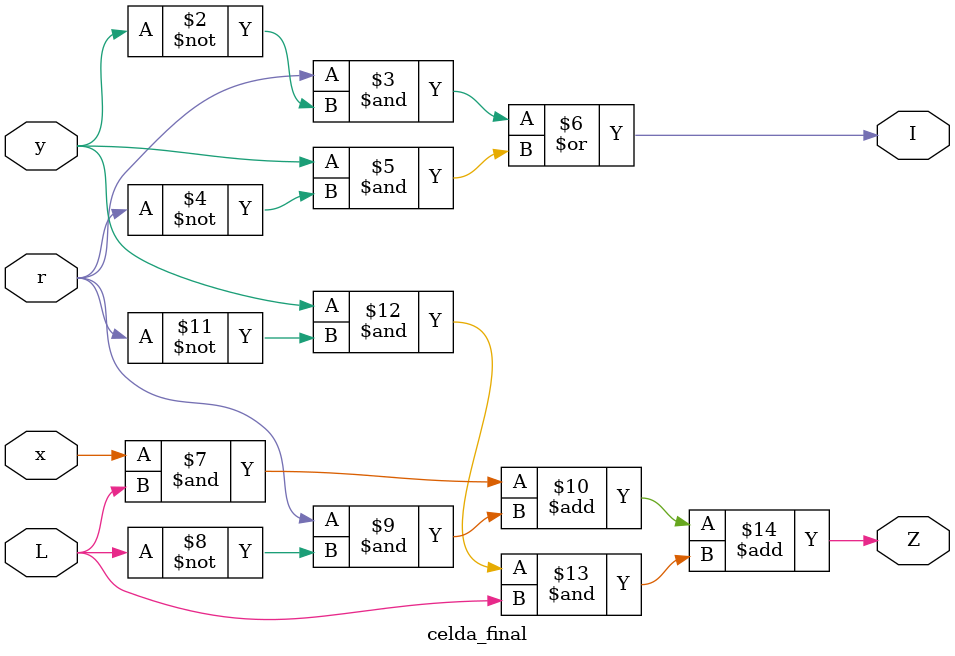
<source format=v>
module  celda_ini(   //Definiendo modulo para celda inicial 
    input L,    // Definición de las entradas del modulo

    output reg X,
    output reg Y,
    output reg R,
    output reg Z);
    
    always @(*) begin
    
    	X = L;
    	Y = 0;
    	R = ~L;
    	Z = 0;
    
    end
endmodule

module  celda_tipi(   //Definiendo modulo para celda típica.
    input L,          // Definiendo entradas de la celda
    input x,        
    input y,
    input r,
    output reg X,    //Definiendo salidas de la celda
    output reg Y,
    output reg R,
    output reg Z);
    
    always @(*) begin
    
    /*Se define la función de interes, 
    por medio operadores de Verilog HDL
    */

    	X = (~x & ~r & L) | (~x & ~y & L);
    	
    	Y = (x & ~y & ~r) | ( ~x & y & r);
    	
    	R = ~L;
    	
    	Z = (~x & y & ~r) | (~x & r & L) & (x & ~y & L);
    end
endmodule

module  celda_final( //Definiendo modulo para celda típica.
    input x,         //Definiendo las entradas de la celda
    input y,        
    input r,
    input L,
    output reg I,     //Definiendo las salidas de la celda 
    output reg Z);
    
    always @(*) begin
    
    /*Se define la función de interes, 
    por medio operadores de Verilog HDL
    */

    	I = (r & ~y) | (y & ~r);
    
    	Z = (x & L) + (r & ~L) + (y & ~r & L);
    	
    end
endmodule












	

</source>
